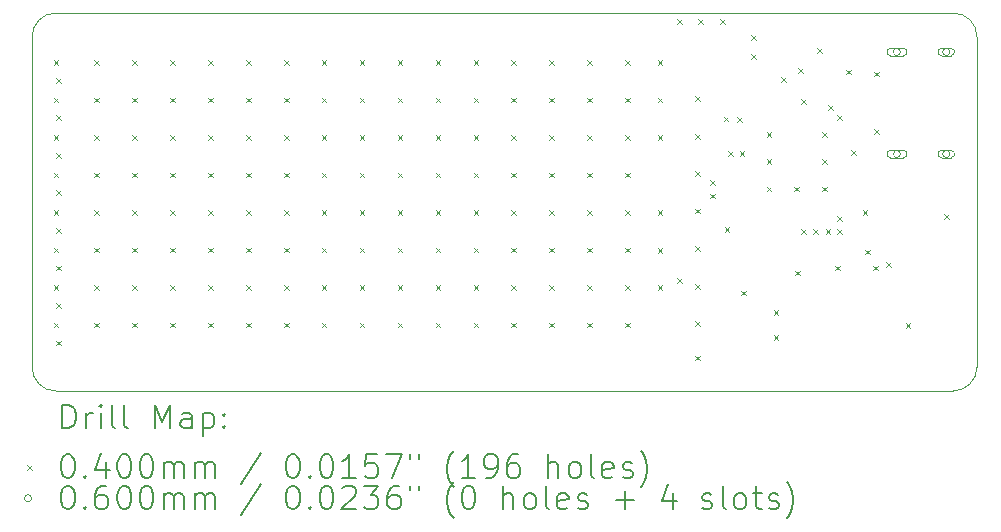
<source format=gbr>
%TF.GenerationSoftware,KiCad,Pcbnew,8.0.1*%
%TF.CreationDate,2024-05-08T20:32:48+02:00*%
%TF.ProjectId,TGL_Board,54474c5f-426f-4617-9264-2e6b69636164,rev?*%
%TF.SameCoordinates,Original*%
%TF.FileFunction,Drillmap*%
%TF.FilePolarity,Positive*%
%FSLAX45Y45*%
G04 Gerber Fmt 4.5, Leading zero omitted, Abs format (unit mm)*
G04 Created by KiCad (PCBNEW 8.0.1) date 2024-05-08 20:32:48*
%MOMM*%
%LPD*%
G01*
G04 APERTURE LIST*
%ADD10C,0.100000*%
%ADD11C,0.200000*%
G04 APERTURE END LIST*
D10*
X10054210Y-5029180D02*
G75*
G02*
X9856200Y-4828559I1310J199320D01*
G01*
X17856200Y-2029460D02*
X17856200Y-4828800D01*
X9856201Y-4828559D02*
X9856201Y-2029457D01*
X9856201Y-2029457D02*
G75*
G02*
X10056200Y-1828801I200329J327D01*
G01*
X17650683Y-5028724D02*
X10054210Y-5029180D01*
X17656200Y-1828799D02*
G75*
G02*
X17856200Y-2029460I0J-200001D01*
G01*
X17856200Y-4828800D02*
G75*
G02*
X17650684Y-5028720I-202720J2800D01*
G01*
X10056200Y-1828800D02*
X17656200Y-1828799D01*
D11*
D10*
X10038400Y-2227900D02*
X10078400Y-2267900D01*
X10078400Y-2227900D02*
X10038400Y-2267900D01*
X10038400Y-2545400D02*
X10078400Y-2585400D01*
X10078400Y-2545400D02*
X10038400Y-2585400D01*
X10038400Y-2862900D02*
X10078400Y-2902900D01*
X10078400Y-2862900D02*
X10038400Y-2902900D01*
X10038400Y-3180400D02*
X10078400Y-3220400D01*
X10078400Y-3180400D02*
X10038400Y-3220400D01*
X10038400Y-3497900D02*
X10078400Y-3537900D01*
X10078400Y-3497900D02*
X10038400Y-3537900D01*
X10038400Y-3815400D02*
X10078400Y-3855400D01*
X10078400Y-3815400D02*
X10038400Y-3855400D01*
X10038400Y-4132900D02*
X10078400Y-4172900D01*
X10078400Y-4132900D02*
X10038400Y-4172900D01*
X10038400Y-4450400D02*
X10078400Y-4490400D01*
X10078400Y-4450400D02*
X10038400Y-4490400D01*
X10057400Y-2378170D02*
X10097400Y-2418170D01*
X10097400Y-2378170D02*
X10057400Y-2418170D01*
X10057400Y-2695670D02*
X10097400Y-2735670D01*
X10097400Y-2695670D02*
X10057400Y-2735670D01*
X10057400Y-3013548D02*
X10097400Y-3053548D01*
X10097400Y-3013548D02*
X10057400Y-3053548D01*
X10057400Y-3331427D02*
X10097400Y-3371427D01*
X10097400Y-3331427D02*
X10057400Y-3371427D01*
X10057400Y-3649305D02*
X10097400Y-3689305D01*
X10097400Y-3649305D02*
X10057400Y-3689305D01*
X10057400Y-3967183D02*
X10097400Y-4007183D01*
X10097400Y-3967183D02*
X10057400Y-4007183D01*
X10057400Y-4285062D02*
X10097400Y-4325062D01*
X10097400Y-4285062D02*
X10057400Y-4325062D01*
X10057400Y-4602940D02*
X10097400Y-4642940D01*
X10097400Y-4602940D02*
X10057400Y-4642940D01*
X10381300Y-2226290D02*
X10421300Y-2266290D01*
X10421300Y-2226290D02*
X10381300Y-2266290D01*
X10381300Y-2545533D02*
X10421300Y-2585533D01*
X10421300Y-2545533D02*
X10381300Y-2585533D01*
X10381300Y-2863166D02*
X10421300Y-2903166D01*
X10421300Y-2863166D02*
X10381300Y-2903166D01*
X10381300Y-3180798D02*
X10421300Y-3220798D01*
X10421300Y-3180798D02*
X10381300Y-3220798D01*
X10381300Y-3498431D02*
X10421300Y-3538431D01*
X10421300Y-3498431D02*
X10381300Y-3538431D01*
X10381300Y-3816064D02*
X10421300Y-3856064D01*
X10421300Y-3816064D02*
X10381300Y-3856064D01*
X10381300Y-4133697D02*
X10421300Y-4173697D01*
X10421300Y-4133697D02*
X10381300Y-4173697D01*
X10381300Y-4451330D02*
X10421300Y-4491330D01*
X10421300Y-4451330D02*
X10381300Y-4491330D01*
X10702495Y-2226290D02*
X10742495Y-2266290D01*
X10742495Y-2226290D02*
X10702495Y-2266290D01*
X10702495Y-2545533D02*
X10742495Y-2585533D01*
X10742495Y-2545533D02*
X10702495Y-2585533D01*
X10702495Y-2863166D02*
X10742495Y-2903166D01*
X10742495Y-2863166D02*
X10702495Y-2903166D01*
X10702495Y-3180798D02*
X10742495Y-3220798D01*
X10742495Y-3180798D02*
X10702495Y-3220798D01*
X10702495Y-3498431D02*
X10742495Y-3538431D01*
X10742495Y-3498431D02*
X10702495Y-3538431D01*
X10702495Y-3816064D02*
X10742495Y-3856064D01*
X10742495Y-3816064D02*
X10702495Y-3856064D01*
X10702495Y-4133697D02*
X10742495Y-4173697D01*
X10742495Y-4133697D02*
X10702495Y-4173697D01*
X10702495Y-4451330D02*
X10742495Y-4491330D01*
X10742495Y-4451330D02*
X10702495Y-4491330D01*
X11023690Y-2226290D02*
X11063690Y-2266290D01*
X11063690Y-2226290D02*
X11023690Y-2266290D01*
X11023690Y-2545533D02*
X11063690Y-2585533D01*
X11063690Y-2545533D02*
X11023690Y-2585533D01*
X11023690Y-2863166D02*
X11063690Y-2903166D01*
X11063690Y-2863166D02*
X11023690Y-2903166D01*
X11023690Y-3180798D02*
X11063690Y-3220798D01*
X11063690Y-3180798D02*
X11023690Y-3220798D01*
X11023690Y-3498431D02*
X11063690Y-3538431D01*
X11063690Y-3498431D02*
X11023690Y-3538431D01*
X11023690Y-3816064D02*
X11063690Y-3856064D01*
X11063690Y-3816064D02*
X11023690Y-3856064D01*
X11023690Y-4133697D02*
X11063690Y-4173697D01*
X11063690Y-4133697D02*
X11023690Y-4173697D01*
X11023690Y-4451330D02*
X11063690Y-4491330D01*
X11063690Y-4451330D02*
X11023690Y-4491330D01*
X11344885Y-2226290D02*
X11384885Y-2266290D01*
X11384885Y-2226290D02*
X11344885Y-2266290D01*
X11344885Y-2545533D02*
X11384885Y-2585533D01*
X11384885Y-2545533D02*
X11344885Y-2585533D01*
X11344885Y-2863166D02*
X11384885Y-2903166D01*
X11384885Y-2863166D02*
X11344885Y-2903166D01*
X11344885Y-3180798D02*
X11384885Y-3220798D01*
X11384885Y-3180798D02*
X11344885Y-3220798D01*
X11344885Y-3498431D02*
X11384885Y-3538431D01*
X11384885Y-3498431D02*
X11344885Y-3538431D01*
X11344885Y-3816064D02*
X11384885Y-3856064D01*
X11384885Y-3816064D02*
X11344885Y-3856064D01*
X11344885Y-4133697D02*
X11384885Y-4173697D01*
X11384885Y-4133697D02*
X11344885Y-4173697D01*
X11344885Y-4451330D02*
X11384885Y-4491330D01*
X11384885Y-4451330D02*
X11344885Y-4491330D01*
X11666080Y-2226290D02*
X11706080Y-2266290D01*
X11706080Y-2226290D02*
X11666080Y-2266290D01*
X11666080Y-2545533D02*
X11706080Y-2585533D01*
X11706080Y-2545533D02*
X11666080Y-2585533D01*
X11666080Y-2863166D02*
X11706080Y-2903166D01*
X11706080Y-2863166D02*
X11666080Y-2903166D01*
X11666080Y-3180798D02*
X11706080Y-3220798D01*
X11706080Y-3180798D02*
X11666080Y-3220798D01*
X11666080Y-3498431D02*
X11706080Y-3538431D01*
X11706080Y-3498431D02*
X11666080Y-3538431D01*
X11666080Y-3816064D02*
X11706080Y-3856064D01*
X11706080Y-3816064D02*
X11666080Y-3856064D01*
X11666080Y-4133697D02*
X11706080Y-4173697D01*
X11706080Y-4133697D02*
X11666080Y-4173697D01*
X11666080Y-4451330D02*
X11706080Y-4491330D01*
X11706080Y-4451330D02*
X11666080Y-4491330D01*
X11987275Y-2226290D02*
X12027275Y-2266290D01*
X12027275Y-2226290D02*
X11987275Y-2266290D01*
X11987275Y-2545533D02*
X12027275Y-2585533D01*
X12027275Y-2545533D02*
X11987275Y-2585533D01*
X11987275Y-2863166D02*
X12027275Y-2903166D01*
X12027275Y-2863166D02*
X11987275Y-2903166D01*
X11987275Y-3180798D02*
X12027275Y-3220798D01*
X12027275Y-3180798D02*
X11987275Y-3220798D01*
X11987275Y-3498431D02*
X12027275Y-3538431D01*
X12027275Y-3498431D02*
X11987275Y-3538431D01*
X11987275Y-3816064D02*
X12027275Y-3856064D01*
X12027275Y-3816064D02*
X11987275Y-3856064D01*
X11987275Y-4133697D02*
X12027275Y-4173697D01*
X12027275Y-4133697D02*
X11987275Y-4173697D01*
X11987275Y-4451330D02*
X12027275Y-4491330D01*
X12027275Y-4451330D02*
X11987275Y-4491330D01*
X12308470Y-2226290D02*
X12348470Y-2266290D01*
X12348470Y-2226290D02*
X12308470Y-2266290D01*
X12308470Y-2545533D02*
X12348470Y-2585533D01*
X12348470Y-2545533D02*
X12308470Y-2585533D01*
X12308470Y-2863166D02*
X12348470Y-2903166D01*
X12348470Y-2863166D02*
X12308470Y-2903166D01*
X12308470Y-3180798D02*
X12348470Y-3220798D01*
X12348470Y-3180798D02*
X12308470Y-3220798D01*
X12308470Y-3498431D02*
X12348470Y-3538431D01*
X12348470Y-3498431D02*
X12308470Y-3538431D01*
X12308470Y-3816064D02*
X12348470Y-3856064D01*
X12348470Y-3816064D02*
X12308470Y-3856064D01*
X12308470Y-4133697D02*
X12348470Y-4173697D01*
X12348470Y-4133697D02*
X12308470Y-4173697D01*
X12308470Y-4451330D02*
X12348470Y-4491330D01*
X12348470Y-4451330D02*
X12308470Y-4491330D01*
X12629665Y-2226290D02*
X12669665Y-2266290D01*
X12669665Y-2226290D02*
X12629665Y-2266290D01*
X12629665Y-2545533D02*
X12669665Y-2585533D01*
X12669665Y-2545533D02*
X12629665Y-2585533D01*
X12629665Y-2863166D02*
X12669665Y-2903166D01*
X12669665Y-2863166D02*
X12629665Y-2903166D01*
X12629665Y-3180798D02*
X12669665Y-3220798D01*
X12669665Y-3180798D02*
X12629665Y-3220798D01*
X12629665Y-3498431D02*
X12669665Y-3538431D01*
X12669665Y-3498431D02*
X12629665Y-3538431D01*
X12629665Y-3816064D02*
X12669665Y-3856064D01*
X12669665Y-3816064D02*
X12629665Y-3856064D01*
X12629665Y-4133697D02*
X12669665Y-4173697D01*
X12669665Y-4133697D02*
X12629665Y-4173697D01*
X12629665Y-4451330D02*
X12669665Y-4491330D01*
X12669665Y-4451330D02*
X12629665Y-4491330D01*
X12950860Y-2226290D02*
X12990860Y-2266290D01*
X12990860Y-2226290D02*
X12950860Y-2266290D01*
X12950860Y-2545533D02*
X12990860Y-2585533D01*
X12990860Y-2545533D02*
X12950860Y-2585533D01*
X12950860Y-2863166D02*
X12990860Y-2903166D01*
X12990860Y-2863166D02*
X12950860Y-2903166D01*
X12950860Y-3180798D02*
X12990860Y-3220798D01*
X12990860Y-3180798D02*
X12950860Y-3220798D01*
X12950860Y-3498431D02*
X12990860Y-3538431D01*
X12990860Y-3498431D02*
X12950860Y-3538431D01*
X12950860Y-3816064D02*
X12990860Y-3856064D01*
X12990860Y-3816064D02*
X12950860Y-3856064D01*
X12950860Y-4133697D02*
X12990860Y-4173697D01*
X12990860Y-4133697D02*
X12950860Y-4173697D01*
X12950860Y-4451330D02*
X12990860Y-4491330D01*
X12990860Y-4451330D02*
X12950860Y-4491330D01*
X13272055Y-2226290D02*
X13312055Y-2266290D01*
X13312055Y-2226290D02*
X13272055Y-2266290D01*
X13272055Y-2545533D02*
X13312055Y-2585533D01*
X13312055Y-2545533D02*
X13272055Y-2585533D01*
X13272055Y-2863166D02*
X13312055Y-2903166D01*
X13312055Y-2863166D02*
X13272055Y-2903166D01*
X13272055Y-3180798D02*
X13312055Y-3220798D01*
X13312055Y-3180798D02*
X13272055Y-3220798D01*
X13272055Y-3498431D02*
X13312055Y-3538431D01*
X13312055Y-3498431D02*
X13272055Y-3538431D01*
X13272055Y-3816064D02*
X13312055Y-3856064D01*
X13312055Y-3816064D02*
X13272055Y-3856064D01*
X13272055Y-4133697D02*
X13312055Y-4173697D01*
X13312055Y-4133697D02*
X13272055Y-4173697D01*
X13272055Y-4451330D02*
X13312055Y-4491330D01*
X13312055Y-4451330D02*
X13272055Y-4491330D01*
X13593250Y-2226290D02*
X13633250Y-2266290D01*
X13633250Y-2226290D02*
X13593250Y-2266290D01*
X13593250Y-2545533D02*
X13633250Y-2585533D01*
X13633250Y-2545533D02*
X13593250Y-2585533D01*
X13593250Y-2863166D02*
X13633250Y-2903166D01*
X13633250Y-2863166D02*
X13593250Y-2903166D01*
X13593250Y-3180798D02*
X13633250Y-3220798D01*
X13633250Y-3180798D02*
X13593250Y-3220798D01*
X13593250Y-3498431D02*
X13633250Y-3538431D01*
X13633250Y-3498431D02*
X13593250Y-3538431D01*
X13593250Y-3816064D02*
X13633250Y-3856064D01*
X13633250Y-3816064D02*
X13593250Y-3856064D01*
X13593250Y-4133697D02*
X13633250Y-4173697D01*
X13633250Y-4133697D02*
X13593250Y-4173697D01*
X13593250Y-4451330D02*
X13633250Y-4491330D01*
X13633250Y-4451330D02*
X13593250Y-4491330D01*
X13914445Y-2226290D02*
X13954445Y-2266290D01*
X13954445Y-2226290D02*
X13914445Y-2266290D01*
X13914445Y-2545533D02*
X13954445Y-2585533D01*
X13954445Y-2545533D02*
X13914445Y-2585533D01*
X13914445Y-2863166D02*
X13954445Y-2903166D01*
X13954445Y-2863166D02*
X13914445Y-2903166D01*
X13914445Y-3180798D02*
X13954445Y-3220798D01*
X13954445Y-3180798D02*
X13914445Y-3220798D01*
X13914445Y-3498431D02*
X13954445Y-3538431D01*
X13954445Y-3498431D02*
X13914445Y-3538431D01*
X13914445Y-3816064D02*
X13954445Y-3856064D01*
X13954445Y-3816064D02*
X13914445Y-3856064D01*
X13914445Y-4133697D02*
X13954445Y-4173697D01*
X13954445Y-4133697D02*
X13914445Y-4173697D01*
X13914445Y-4451330D02*
X13954445Y-4491330D01*
X13954445Y-4451330D02*
X13914445Y-4491330D01*
X14235640Y-2226290D02*
X14275640Y-2266290D01*
X14275640Y-2226290D02*
X14235640Y-2266290D01*
X14235640Y-2545533D02*
X14275640Y-2585533D01*
X14275640Y-2545533D02*
X14235640Y-2585533D01*
X14235640Y-2863166D02*
X14275640Y-2903166D01*
X14275640Y-2863166D02*
X14235640Y-2903166D01*
X14235640Y-3180798D02*
X14275640Y-3220798D01*
X14275640Y-3180798D02*
X14235640Y-3220798D01*
X14235640Y-3498431D02*
X14275640Y-3538431D01*
X14275640Y-3498431D02*
X14235640Y-3538431D01*
X14235640Y-3816064D02*
X14275640Y-3856064D01*
X14275640Y-3816064D02*
X14235640Y-3856064D01*
X14235640Y-4133697D02*
X14275640Y-4173697D01*
X14275640Y-4133697D02*
X14235640Y-4173697D01*
X14235640Y-4451330D02*
X14275640Y-4491330D01*
X14275640Y-4451330D02*
X14235640Y-4491330D01*
X14556835Y-2226290D02*
X14596835Y-2266290D01*
X14596835Y-2226290D02*
X14556835Y-2266290D01*
X14556835Y-2545533D02*
X14596835Y-2585533D01*
X14596835Y-2545533D02*
X14556835Y-2585533D01*
X14556835Y-2863166D02*
X14596835Y-2903166D01*
X14596835Y-2863166D02*
X14556835Y-2903166D01*
X14556835Y-3180798D02*
X14596835Y-3220798D01*
X14596835Y-3180798D02*
X14556835Y-3220798D01*
X14556835Y-3498431D02*
X14596835Y-3538431D01*
X14596835Y-3498431D02*
X14556835Y-3538431D01*
X14556835Y-3816064D02*
X14596835Y-3856064D01*
X14596835Y-3816064D02*
X14556835Y-3856064D01*
X14556835Y-4133697D02*
X14596835Y-4173697D01*
X14596835Y-4133697D02*
X14556835Y-4173697D01*
X14556835Y-4451330D02*
X14596835Y-4491330D01*
X14596835Y-4451330D02*
X14556835Y-4491330D01*
X14878030Y-2226290D02*
X14918030Y-2266290D01*
X14918030Y-2226290D02*
X14878030Y-2266290D01*
X14878030Y-2545533D02*
X14918030Y-2585533D01*
X14918030Y-2545533D02*
X14878030Y-2585533D01*
X14878030Y-2863166D02*
X14918030Y-2903166D01*
X14918030Y-2863166D02*
X14878030Y-2903166D01*
X14878030Y-3180798D02*
X14918030Y-3220798D01*
X14918030Y-3180798D02*
X14878030Y-3220798D01*
X14878030Y-3498431D02*
X14918030Y-3538431D01*
X14918030Y-3498431D02*
X14878030Y-3538431D01*
X14878030Y-3816064D02*
X14918030Y-3856064D01*
X14918030Y-3816064D02*
X14878030Y-3856064D01*
X14878030Y-4133697D02*
X14918030Y-4173697D01*
X14918030Y-4133697D02*
X14878030Y-4173697D01*
X14878030Y-4451330D02*
X14918030Y-4491330D01*
X14918030Y-4451330D02*
X14878030Y-4491330D01*
X15152724Y-2228170D02*
X15192724Y-2268170D01*
X15192724Y-2228170D02*
X15152724Y-2268170D01*
X15152724Y-2546048D02*
X15192724Y-2586048D01*
X15192724Y-2546048D02*
X15152724Y-2586048D01*
X15152724Y-2863927D02*
X15192724Y-2903927D01*
X15192724Y-2863927D02*
X15152724Y-2903927D01*
X15152724Y-3499683D02*
X15192724Y-3539683D01*
X15192724Y-3499683D02*
X15152724Y-3539683D01*
X15152724Y-3817561D02*
X15192724Y-3857561D01*
X15192724Y-3817561D02*
X15152724Y-3857561D01*
X15152724Y-4135440D02*
X15192724Y-4175440D01*
X15192724Y-4135440D02*
X15152724Y-4175440D01*
X15314620Y-4075120D02*
X15354620Y-4115120D01*
X15354620Y-4075120D02*
X15314620Y-4115120D01*
X15316520Y-1882460D02*
X15356520Y-1922460D01*
X15356520Y-1882460D02*
X15316520Y-1922460D01*
X15471460Y-2532700D02*
X15511460Y-2572700D01*
X15511460Y-2532700D02*
X15471460Y-2572700D01*
X15471460Y-2852740D02*
X15511460Y-2892740D01*
X15511460Y-2852740D02*
X15471460Y-2892740D01*
X15471460Y-3170240D02*
X15511460Y-3210240D01*
X15511460Y-3170240D02*
X15471460Y-3210240D01*
X15471460Y-3485200D02*
X15511460Y-3525200D01*
X15511460Y-3485200D02*
X15471460Y-3525200D01*
X15471460Y-3805240D02*
X15511460Y-3845240D01*
X15511460Y-3805240D02*
X15471460Y-3845240D01*
X15471460Y-4122740D02*
X15511460Y-4162740D01*
X15511460Y-4122740D02*
X15471460Y-4162740D01*
X15471460Y-4437700D02*
X15511460Y-4477700D01*
X15511460Y-4437700D02*
X15471460Y-4477700D01*
X15471460Y-4729800D02*
X15511460Y-4769800D01*
X15511460Y-4729800D02*
X15471460Y-4769800D01*
X15496860Y-1882460D02*
X15536860Y-1922460D01*
X15536860Y-1882460D02*
X15496860Y-1922460D01*
X15594768Y-3246440D02*
X15634768Y-3286440D01*
X15634768Y-3246440D02*
X15594768Y-3286440D01*
X15594768Y-3358200D02*
X15634768Y-3398200D01*
X15634768Y-3358200D02*
X15594768Y-3398200D01*
X15682280Y-1882460D02*
X15722280Y-1922460D01*
X15722280Y-1882460D02*
X15682280Y-1922460D01*
X15710320Y-2706700D02*
X15750320Y-2746700D01*
X15750320Y-2706700D02*
X15710320Y-2746700D01*
X15720380Y-3642680D02*
X15760380Y-3682680D01*
X15760380Y-3642680D02*
X15720380Y-3682680D01*
X15747380Y-3000060D02*
X15787380Y-3040060D01*
X15787380Y-3000060D02*
X15747380Y-3040060D01*
X15824520Y-2711780D02*
X15864520Y-2751780D01*
X15864520Y-2711780D02*
X15824520Y-2751780D01*
X15847380Y-3000060D02*
X15887380Y-3040060D01*
X15887380Y-3000060D02*
X15847380Y-3040060D01*
X15860080Y-4178620D02*
X15900080Y-4218620D01*
X15900080Y-4178620D02*
X15860080Y-4218620D01*
X15945430Y-2014540D02*
X15985430Y-2054540D01*
X15985430Y-2014540D02*
X15945430Y-2054540D01*
X15945430Y-2179640D02*
X15985430Y-2219640D01*
X15985430Y-2179640D02*
X15945430Y-2219640D01*
X16075980Y-2834960D02*
X16115980Y-2874960D01*
X16115980Y-2834960D02*
X16075980Y-2874960D01*
X16075980Y-3068640D02*
X16115980Y-3108640D01*
X16115980Y-3068640D02*
X16075980Y-3108640D01*
X16075980Y-3299780D02*
X16115980Y-3339780D01*
X16115980Y-3299780D02*
X16075980Y-3339780D01*
X16134240Y-4557080D02*
X16174240Y-4597080D01*
X16174240Y-4557080D02*
X16134240Y-4597080D01*
X16134400Y-4346260D02*
X16174400Y-4386260D01*
X16174400Y-4346260D02*
X16134400Y-4386260D01*
X16197900Y-2371400D02*
X16237900Y-2411400D01*
X16237900Y-2371400D02*
X16197900Y-2411400D01*
X16309660Y-3299780D02*
X16349660Y-3339780D01*
X16349660Y-3299780D02*
X16309660Y-3339780D01*
X16314870Y-4010980D02*
X16354870Y-4050980D01*
X16354870Y-4010980D02*
X16314870Y-4050980D01*
X16341752Y-2294304D02*
X16381752Y-2334304D01*
X16381752Y-2294304D02*
X16341752Y-2334304D01*
X16366060Y-3660460D02*
X16406060Y-3700460D01*
X16406060Y-3660460D02*
X16366060Y-3700460D01*
X16366550Y-2558992D02*
X16406550Y-2598992D01*
X16406550Y-2558992D02*
X16366550Y-2598992D01*
X16469712Y-3660460D02*
X16509712Y-3700460D01*
X16509712Y-3660460D02*
X16469712Y-3700460D01*
X16505240Y-2126300D02*
X16545240Y-2166300D01*
X16545240Y-2126300D02*
X16505240Y-2166300D01*
X16543340Y-2834960D02*
X16583340Y-2874960D01*
X16583340Y-2834960D02*
X16543340Y-2874960D01*
X16543340Y-3068640D02*
X16583340Y-3108640D01*
X16583340Y-3068640D02*
X16543340Y-3108640D01*
X16543340Y-3299780D02*
X16583340Y-3339780D01*
X16583340Y-3299780D02*
X16543340Y-3339780D01*
X16573820Y-3660460D02*
X16613820Y-3700460D01*
X16613820Y-3660460D02*
X16573820Y-3700460D01*
X16594140Y-2611440D02*
X16634140Y-2651440D01*
X16634140Y-2611440D02*
X16594140Y-2651440D01*
X16656835Y-3968605D02*
X16696835Y-4008605D01*
X16696835Y-3968605D02*
X16656835Y-4008605D01*
X16670340Y-2695260D02*
X16710340Y-2735260D01*
X16710340Y-2695260D02*
X16670340Y-2735260D01*
X16674615Y-3547325D02*
X16714615Y-3587325D01*
X16714615Y-3547325D02*
X16674615Y-3587325D01*
X16674615Y-3660460D02*
X16714615Y-3700460D01*
X16714615Y-3660460D02*
X16674615Y-3700460D01*
X16749080Y-2309180D02*
X16789080Y-2349180D01*
X16789080Y-2309180D02*
X16749080Y-2349180D01*
X16792260Y-2987360D02*
X16832260Y-3027360D01*
X16832260Y-2987360D02*
X16792260Y-3027360D01*
X16888260Y-3500440D02*
X16928260Y-3540440D01*
X16928260Y-3500440D02*
X16888260Y-3540440D01*
X16906560Y-3833180D02*
X16946560Y-3873180D01*
X16946560Y-3833180D02*
X16906560Y-3873180D01*
X16976840Y-3968640D02*
X17016840Y-4008640D01*
X17016840Y-3968640D02*
X16976840Y-4008640D01*
X16982760Y-2326000D02*
X17022760Y-2366000D01*
X17022760Y-2326000D02*
X16982760Y-2366000D01*
X16984200Y-2811000D02*
X17024200Y-2851000D01*
X17024200Y-2811000D02*
X16984200Y-2851000D01*
X17086900Y-3939860D02*
X17126900Y-3979860D01*
X17126900Y-3939860D02*
X17086900Y-3979860D01*
X17251840Y-4452940D02*
X17291840Y-4492940D01*
X17291840Y-4452940D02*
X17251840Y-4492940D01*
X17577120Y-3530920D02*
X17617120Y-3570920D01*
X17617120Y-3530920D02*
X17577120Y-3570920D01*
X17208200Y-2159000D02*
G75*
G02*
X17148200Y-2159000I-30000J0D01*
G01*
X17148200Y-2159000D02*
G75*
G02*
X17208200Y-2159000I30000J0D01*
G01*
X17123200Y-2189000D02*
X17233200Y-2189000D01*
X17233200Y-2129000D02*
G75*
G02*
X17233200Y-2189000I0J-30000D01*
G01*
X17233200Y-2129000D02*
X17123200Y-2129000D01*
X17123200Y-2129000D02*
G75*
G03*
X17123200Y-2189000I0J-30000D01*
G01*
X17208200Y-3023000D02*
G75*
G02*
X17148200Y-3023000I-30000J0D01*
G01*
X17148200Y-3023000D02*
G75*
G02*
X17208200Y-3023000I30000J0D01*
G01*
X17123200Y-3053000D02*
X17233200Y-3053000D01*
X17233200Y-2993000D02*
G75*
G02*
X17233200Y-3053000I0J-30000D01*
G01*
X17233200Y-2993000D02*
X17123200Y-2993000D01*
X17123200Y-2993000D02*
G75*
G03*
X17123200Y-3053000I0J-30000D01*
G01*
X17626200Y-2159000D02*
G75*
G02*
X17566200Y-2159000I-30000J0D01*
G01*
X17566200Y-2159000D02*
G75*
G02*
X17626200Y-2159000I30000J0D01*
G01*
X17556200Y-2189000D02*
X17636200Y-2189000D01*
X17636200Y-2129000D02*
G75*
G02*
X17636200Y-2189000I0J-30000D01*
G01*
X17636200Y-2129000D02*
X17556200Y-2129000D01*
X17556200Y-2129000D02*
G75*
G03*
X17556200Y-2189000I0J-30000D01*
G01*
X17626200Y-3023000D02*
G75*
G02*
X17566200Y-3023000I-30000J0D01*
G01*
X17566200Y-3023000D02*
G75*
G02*
X17626200Y-3023000I30000J0D01*
G01*
X17556200Y-3053000D02*
X17636200Y-3053000D01*
X17636200Y-2993000D02*
G75*
G02*
X17636200Y-3053000I0J-30000D01*
G01*
X17636200Y-2993000D02*
X17556200Y-2993000D01*
X17556200Y-2993000D02*
G75*
G03*
X17556200Y-3053000I0J-30000D01*
G01*
D11*
X10111972Y-5345664D02*
X10111972Y-5145664D01*
X10111972Y-5145664D02*
X10159591Y-5145664D01*
X10159591Y-5145664D02*
X10188163Y-5155188D01*
X10188163Y-5155188D02*
X10207211Y-5174235D01*
X10207211Y-5174235D02*
X10216734Y-5193283D01*
X10216734Y-5193283D02*
X10226258Y-5231378D01*
X10226258Y-5231378D02*
X10226258Y-5259950D01*
X10226258Y-5259950D02*
X10216734Y-5298045D01*
X10216734Y-5298045D02*
X10207211Y-5317092D01*
X10207211Y-5317092D02*
X10188163Y-5336140D01*
X10188163Y-5336140D02*
X10159591Y-5345664D01*
X10159591Y-5345664D02*
X10111972Y-5345664D01*
X10311972Y-5345664D02*
X10311972Y-5212331D01*
X10311972Y-5250426D02*
X10321496Y-5231378D01*
X10321496Y-5231378D02*
X10331020Y-5221854D01*
X10331020Y-5221854D02*
X10350068Y-5212331D01*
X10350068Y-5212331D02*
X10369115Y-5212331D01*
X10435782Y-5345664D02*
X10435782Y-5212331D01*
X10435782Y-5145664D02*
X10426258Y-5155188D01*
X10426258Y-5155188D02*
X10435782Y-5164712D01*
X10435782Y-5164712D02*
X10445306Y-5155188D01*
X10445306Y-5155188D02*
X10435782Y-5145664D01*
X10435782Y-5145664D02*
X10435782Y-5164712D01*
X10559591Y-5345664D02*
X10540544Y-5336140D01*
X10540544Y-5336140D02*
X10531020Y-5317092D01*
X10531020Y-5317092D02*
X10531020Y-5145664D01*
X10664353Y-5345664D02*
X10645306Y-5336140D01*
X10645306Y-5336140D02*
X10635782Y-5317092D01*
X10635782Y-5317092D02*
X10635782Y-5145664D01*
X10892925Y-5345664D02*
X10892925Y-5145664D01*
X10892925Y-5145664D02*
X10959592Y-5288521D01*
X10959592Y-5288521D02*
X11026258Y-5145664D01*
X11026258Y-5145664D02*
X11026258Y-5345664D01*
X11207210Y-5345664D02*
X11207210Y-5240902D01*
X11207210Y-5240902D02*
X11197687Y-5221854D01*
X11197687Y-5221854D02*
X11178639Y-5212331D01*
X11178639Y-5212331D02*
X11140544Y-5212331D01*
X11140544Y-5212331D02*
X11121496Y-5221854D01*
X11207210Y-5336140D02*
X11188163Y-5345664D01*
X11188163Y-5345664D02*
X11140544Y-5345664D01*
X11140544Y-5345664D02*
X11121496Y-5336140D01*
X11121496Y-5336140D02*
X11111972Y-5317092D01*
X11111972Y-5317092D02*
X11111972Y-5298045D01*
X11111972Y-5298045D02*
X11121496Y-5278997D01*
X11121496Y-5278997D02*
X11140544Y-5269473D01*
X11140544Y-5269473D02*
X11188163Y-5269473D01*
X11188163Y-5269473D02*
X11207210Y-5259950D01*
X11302449Y-5212331D02*
X11302449Y-5412331D01*
X11302449Y-5221854D02*
X11321496Y-5212331D01*
X11321496Y-5212331D02*
X11359591Y-5212331D01*
X11359591Y-5212331D02*
X11378639Y-5221854D01*
X11378639Y-5221854D02*
X11388163Y-5231378D01*
X11388163Y-5231378D02*
X11397687Y-5250426D01*
X11397687Y-5250426D02*
X11397687Y-5307569D01*
X11397687Y-5307569D02*
X11388163Y-5326616D01*
X11388163Y-5326616D02*
X11378639Y-5336140D01*
X11378639Y-5336140D02*
X11359591Y-5345664D01*
X11359591Y-5345664D02*
X11321496Y-5345664D01*
X11321496Y-5345664D02*
X11302449Y-5336140D01*
X11483401Y-5326616D02*
X11492925Y-5336140D01*
X11492925Y-5336140D02*
X11483401Y-5345664D01*
X11483401Y-5345664D02*
X11473877Y-5336140D01*
X11473877Y-5336140D02*
X11483401Y-5326616D01*
X11483401Y-5326616D02*
X11483401Y-5345664D01*
X11483401Y-5221854D02*
X11492925Y-5231378D01*
X11492925Y-5231378D02*
X11483401Y-5240902D01*
X11483401Y-5240902D02*
X11473877Y-5231378D01*
X11473877Y-5231378D02*
X11483401Y-5221854D01*
X11483401Y-5221854D02*
X11483401Y-5240902D01*
D10*
X9811196Y-5654180D02*
X9851196Y-5694180D01*
X9851196Y-5654180D02*
X9811196Y-5694180D01*
D11*
X10150068Y-5565664D02*
X10169115Y-5565664D01*
X10169115Y-5565664D02*
X10188163Y-5575188D01*
X10188163Y-5575188D02*
X10197687Y-5584712D01*
X10197687Y-5584712D02*
X10207211Y-5603759D01*
X10207211Y-5603759D02*
X10216734Y-5641854D01*
X10216734Y-5641854D02*
X10216734Y-5689473D01*
X10216734Y-5689473D02*
X10207211Y-5727569D01*
X10207211Y-5727569D02*
X10197687Y-5746616D01*
X10197687Y-5746616D02*
X10188163Y-5756140D01*
X10188163Y-5756140D02*
X10169115Y-5765664D01*
X10169115Y-5765664D02*
X10150068Y-5765664D01*
X10150068Y-5765664D02*
X10131020Y-5756140D01*
X10131020Y-5756140D02*
X10121496Y-5746616D01*
X10121496Y-5746616D02*
X10111972Y-5727569D01*
X10111972Y-5727569D02*
X10102449Y-5689473D01*
X10102449Y-5689473D02*
X10102449Y-5641854D01*
X10102449Y-5641854D02*
X10111972Y-5603759D01*
X10111972Y-5603759D02*
X10121496Y-5584712D01*
X10121496Y-5584712D02*
X10131020Y-5575188D01*
X10131020Y-5575188D02*
X10150068Y-5565664D01*
X10302449Y-5746616D02*
X10311972Y-5756140D01*
X10311972Y-5756140D02*
X10302449Y-5765664D01*
X10302449Y-5765664D02*
X10292925Y-5756140D01*
X10292925Y-5756140D02*
X10302449Y-5746616D01*
X10302449Y-5746616D02*
X10302449Y-5765664D01*
X10483401Y-5632330D02*
X10483401Y-5765664D01*
X10435782Y-5556140D02*
X10388163Y-5698997D01*
X10388163Y-5698997D02*
X10511972Y-5698997D01*
X10626258Y-5565664D02*
X10645306Y-5565664D01*
X10645306Y-5565664D02*
X10664353Y-5575188D01*
X10664353Y-5575188D02*
X10673877Y-5584712D01*
X10673877Y-5584712D02*
X10683401Y-5603759D01*
X10683401Y-5603759D02*
X10692925Y-5641854D01*
X10692925Y-5641854D02*
X10692925Y-5689473D01*
X10692925Y-5689473D02*
X10683401Y-5727569D01*
X10683401Y-5727569D02*
X10673877Y-5746616D01*
X10673877Y-5746616D02*
X10664353Y-5756140D01*
X10664353Y-5756140D02*
X10645306Y-5765664D01*
X10645306Y-5765664D02*
X10626258Y-5765664D01*
X10626258Y-5765664D02*
X10607211Y-5756140D01*
X10607211Y-5756140D02*
X10597687Y-5746616D01*
X10597687Y-5746616D02*
X10588163Y-5727569D01*
X10588163Y-5727569D02*
X10578639Y-5689473D01*
X10578639Y-5689473D02*
X10578639Y-5641854D01*
X10578639Y-5641854D02*
X10588163Y-5603759D01*
X10588163Y-5603759D02*
X10597687Y-5584712D01*
X10597687Y-5584712D02*
X10607211Y-5575188D01*
X10607211Y-5575188D02*
X10626258Y-5565664D01*
X10816734Y-5565664D02*
X10835782Y-5565664D01*
X10835782Y-5565664D02*
X10854830Y-5575188D01*
X10854830Y-5575188D02*
X10864353Y-5584712D01*
X10864353Y-5584712D02*
X10873877Y-5603759D01*
X10873877Y-5603759D02*
X10883401Y-5641854D01*
X10883401Y-5641854D02*
X10883401Y-5689473D01*
X10883401Y-5689473D02*
X10873877Y-5727569D01*
X10873877Y-5727569D02*
X10864353Y-5746616D01*
X10864353Y-5746616D02*
X10854830Y-5756140D01*
X10854830Y-5756140D02*
X10835782Y-5765664D01*
X10835782Y-5765664D02*
X10816734Y-5765664D01*
X10816734Y-5765664D02*
X10797687Y-5756140D01*
X10797687Y-5756140D02*
X10788163Y-5746616D01*
X10788163Y-5746616D02*
X10778639Y-5727569D01*
X10778639Y-5727569D02*
X10769115Y-5689473D01*
X10769115Y-5689473D02*
X10769115Y-5641854D01*
X10769115Y-5641854D02*
X10778639Y-5603759D01*
X10778639Y-5603759D02*
X10788163Y-5584712D01*
X10788163Y-5584712D02*
X10797687Y-5575188D01*
X10797687Y-5575188D02*
X10816734Y-5565664D01*
X10969115Y-5765664D02*
X10969115Y-5632330D01*
X10969115Y-5651378D02*
X10978639Y-5641854D01*
X10978639Y-5641854D02*
X10997687Y-5632330D01*
X10997687Y-5632330D02*
X11026258Y-5632330D01*
X11026258Y-5632330D02*
X11045306Y-5641854D01*
X11045306Y-5641854D02*
X11054830Y-5660902D01*
X11054830Y-5660902D02*
X11054830Y-5765664D01*
X11054830Y-5660902D02*
X11064353Y-5641854D01*
X11064353Y-5641854D02*
X11083401Y-5632330D01*
X11083401Y-5632330D02*
X11111972Y-5632330D01*
X11111972Y-5632330D02*
X11131020Y-5641854D01*
X11131020Y-5641854D02*
X11140544Y-5660902D01*
X11140544Y-5660902D02*
X11140544Y-5765664D01*
X11235782Y-5765664D02*
X11235782Y-5632330D01*
X11235782Y-5651378D02*
X11245306Y-5641854D01*
X11245306Y-5641854D02*
X11264353Y-5632330D01*
X11264353Y-5632330D02*
X11292925Y-5632330D01*
X11292925Y-5632330D02*
X11311972Y-5641854D01*
X11311972Y-5641854D02*
X11321496Y-5660902D01*
X11321496Y-5660902D02*
X11321496Y-5765664D01*
X11321496Y-5660902D02*
X11331020Y-5641854D01*
X11331020Y-5641854D02*
X11350068Y-5632330D01*
X11350068Y-5632330D02*
X11378639Y-5632330D01*
X11378639Y-5632330D02*
X11397687Y-5641854D01*
X11397687Y-5641854D02*
X11407211Y-5660902D01*
X11407211Y-5660902D02*
X11407211Y-5765664D01*
X11797687Y-5556140D02*
X11626258Y-5813283D01*
X12054830Y-5565664D02*
X12073877Y-5565664D01*
X12073877Y-5565664D02*
X12092925Y-5575188D01*
X12092925Y-5575188D02*
X12102449Y-5584712D01*
X12102449Y-5584712D02*
X12111973Y-5603759D01*
X12111973Y-5603759D02*
X12121496Y-5641854D01*
X12121496Y-5641854D02*
X12121496Y-5689473D01*
X12121496Y-5689473D02*
X12111973Y-5727569D01*
X12111973Y-5727569D02*
X12102449Y-5746616D01*
X12102449Y-5746616D02*
X12092925Y-5756140D01*
X12092925Y-5756140D02*
X12073877Y-5765664D01*
X12073877Y-5765664D02*
X12054830Y-5765664D01*
X12054830Y-5765664D02*
X12035782Y-5756140D01*
X12035782Y-5756140D02*
X12026258Y-5746616D01*
X12026258Y-5746616D02*
X12016734Y-5727569D01*
X12016734Y-5727569D02*
X12007211Y-5689473D01*
X12007211Y-5689473D02*
X12007211Y-5641854D01*
X12007211Y-5641854D02*
X12016734Y-5603759D01*
X12016734Y-5603759D02*
X12026258Y-5584712D01*
X12026258Y-5584712D02*
X12035782Y-5575188D01*
X12035782Y-5575188D02*
X12054830Y-5565664D01*
X12207211Y-5746616D02*
X12216734Y-5756140D01*
X12216734Y-5756140D02*
X12207211Y-5765664D01*
X12207211Y-5765664D02*
X12197687Y-5756140D01*
X12197687Y-5756140D02*
X12207211Y-5746616D01*
X12207211Y-5746616D02*
X12207211Y-5765664D01*
X12340544Y-5565664D02*
X12359592Y-5565664D01*
X12359592Y-5565664D02*
X12378639Y-5575188D01*
X12378639Y-5575188D02*
X12388163Y-5584712D01*
X12388163Y-5584712D02*
X12397687Y-5603759D01*
X12397687Y-5603759D02*
X12407211Y-5641854D01*
X12407211Y-5641854D02*
X12407211Y-5689473D01*
X12407211Y-5689473D02*
X12397687Y-5727569D01*
X12397687Y-5727569D02*
X12388163Y-5746616D01*
X12388163Y-5746616D02*
X12378639Y-5756140D01*
X12378639Y-5756140D02*
X12359592Y-5765664D01*
X12359592Y-5765664D02*
X12340544Y-5765664D01*
X12340544Y-5765664D02*
X12321496Y-5756140D01*
X12321496Y-5756140D02*
X12311973Y-5746616D01*
X12311973Y-5746616D02*
X12302449Y-5727569D01*
X12302449Y-5727569D02*
X12292925Y-5689473D01*
X12292925Y-5689473D02*
X12292925Y-5641854D01*
X12292925Y-5641854D02*
X12302449Y-5603759D01*
X12302449Y-5603759D02*
X12311973Y-5584712D01*
X12311973Y-5584712D02*
X12321496Y-5575188D01*
X12321496Y-5575188D02*
X12340544Y-5565664D01*
X12597687Y-5765664D02*
X12483401Y-5765664D01*
X12540544Y-5765664D02*
X12540544Y-5565664D01*
X12540544Y-5565664D02*
X12521496Y-5594235D01*
X12521496Y-5594235D02*
X12502449Y-5613283D01*
X12502449Y-5613283D02*
X12483401Y-5622807D01*
X12778639Y-5565664D02*
X12683401Y-5565664D01*
X12683401Y-5565664D02*
X12673877Y-5660902D01*
X12673877Y-5660902D02*
X12683401Y-5651378D01*
X12683401Y-5651378D02*
X12702449Y-5641854D01*
X12702449Y-5641854D02*
X12750068Y-5641854D01*
X12750068Y-5641854D02*
X12769115Y-5651378D01*
X12769115Y-5651378D02*
X12778639Y-5660902D01*
X12778639Y-5660902D02*
X12788163Y-5679950D01*
X12788163Y-5679950D02*
X12788163Y-5727569D01*
X12788163Y-5727569D02*
X12778639Y-5746616D01*
X12778639Y-5746616D02*
X12769115Y-5756140D01*
X12769115Y-5756140D02*
X12750068Y-5765664D01*
X12750068Y-5765664D02*
X12702449Y-5765664D01*
X12702449Y-5765664D02*
X12683401Y-5756140D01*
X12683401Y-5756140D02*
X12673877Y-5746616D01*
X12854830Y-5565664D02*
X12988163Y-5565664D01*
X12988163Y-5565664D02*
X12902449Y-5765664D01*
X13054830Y-5565664D02*
X13054830Y-5603759D01*
X13131020Y-5565664D02*
X13131020Y-5603759D01*
X13426258Y-5841854D02*
X13416735Y-5832330D01*
X13416735Y-5832330D02*
X13397687Y-5803759D01*
X13397687Y-5803759D02*
X13388163Y-5784711D01*
X13388163Y-5784711D02*
X13378639Y-5756140D01*
X13378639Y-5756140D02*
X13369116Y-5708521D01*
X13369116Y-5708521D02*
X13369116Y-5670426D01*
X13369116Y-5670426D02*
X13378639Y-5622807D01*
X13378639Y-5622807D02*
X13388163Y-5594235D01*
X13388163Y-5594235D02*
X13397687Y-5575188D01*
X13397687Y-5575188D02*
X13416735Y-5546616D01*
X13416735Y-5546616D02*
X13426258Y-5537092D01*
X13607211Y-5765664D02*
X13492925Y-5765664D01*
X13550068Y-5765664D02*
X13550068Y-5565664D01*
X13550068Y-5565664D02*
X13531020Y-5594235D01*
X13531020Y-5594235D02*
X13511973Y-5613283D01*
X13511973Y-5613283D02*
X13492925Y-5622807D01*
X13702449Y-5765664D02*
X13740544Y-5765664D01*
X13740544Y-5765664D02*
X13759592Y-5756140D01*
X13759592Y-5756140D02*
X13769116Y-5746616D01*
X13769116Y-5746616D02*
X13788163Y-5718045D01*
X13788163Y-5718045D02*
X13797687Y-5679950D01*
X13797687Y-5679950D02*
X13797687Y-5603759D01*
X13797687Y-5603759D02*
X13788163Y-5584712D01*
X13788163Y-5584712D02*
X13778639Y-5575188D01*
X13778639Y-5575188D02*
X13759592Y-5565664D01*
X13759592Y-5565664D02*
X13721496Y-5565664D01*
X13721496Y-5565664D02*
X13702449Y-5575188D01*
X13702449Y-5575188D02*
X13692925Y-5584712D01*
X13692925Y-5584712D02*
X13683401Y-5603759D01*
X13683401Y-5603759D02*
X13683401Y-5651378D01*
X13683401Y-5651378D02*
X13692925Y-5670426D01*
X13692925Y-5670426D02*
X13702449Y-5679950D01*
X13702449Y-5679950D02*
X13721496Y-5689473D01*
X13721496Y-5689473D02*
X13759592Y-5689473D01*
X13759592Y-5689473D02*
X13778639Y-5679950D01*
X13778639Y-5679950D02*
X13788163Y-5670426D01*
X13788163Y-5670426D02*
X13797687Y-5651378D01*
X13969116Y-5565664D02*
X13931020Y-5565664D01*
X13931020Y-5565664D02*
X13911973Y-5575188D01*
X13911973Y-5575188D02*
X13902449Y-5584712D01*
X13902449Y-5584712D02*
X13883401Y-5613283D01*
X13883401Y-5613283D02*
X13873877Y-5651378D01*
X13873877Y-5651378D02*
X13873877Y-5727569D01*
X13873877Y-5727569D02*
X13883401Y-5746616D01*
X13883401Y-5746616D02*
X13892925Y-5756140D01*
X13892925Y-5756140D02*
X13911973Y-5765664D01*
X13911973Y-5765664D02*
X13950068Y-5765664D01*
X13950068Y-5765664D02*
X13969116Y-5756140D01*
X13969116Y-5756140D02*
X13978639Y-5746616D01*
X13978639Y-5746616D02*
X13988163Y-5727569D01*
X13988163Y-5727569D02*
X13988163Y-5679950D01*
X13988163Y-5679950D02*
X13978639Y-5660902D01*
X13978639Y-5660902D02*
X13969116Y-5651378D01*
X13969116Y-5651378D02*
X13950068Y-5641854D01*
X13950068Y-5641854D02*
X13911973Y-5641854D01*
X13911973Y-5641854D02*
X13892925Y-5651378D01*
X13892925Y-5651378D02*
X13883401Y-5660902D01*
X13883401Y-5660902D02*
X13873877Y-5679950D01*
X14226258Y-5765664D02*
X14226258Y-5565664D01*
X14311973Y-5765664D02*
X14311973Y-5660902D01*
X14311973Y-5660902D02*
X14302449Y-5641854D01*
X14302449Y-5641854D02*
X14283401Y-5632330D01*
X14283401Y-5632330D02*
X14254830Y-5632330D01*
X14254830Y-5632330D02*
X14235782Y-5641854D01*
X14235782Y-5641854D02*
X14226258Y-5651378D01*
X14435782Y-5765664D02*
X14416735Y-5756140D01*
X14416735Y-5756140D02*
X14407211Y-5746616D01*
X14407211Y-5746616D02*
X14397687Y-5727569D01*
X14397687Y-5727569D02*
X14397687Y-5670426D01*
X14397687Y-5670426D02*
X14407211Y-5651378D01*
X14407211Y-5651378D02*
X14416735Y-5641854D01*
X14416735Y-5641854D02*
X14435782Y-5632330D01*
X14435782Y-5632330D02*
X14464354Y-5632330D01*
X14464354Y-5632330D02*
X14483401Y-5641854D01*
X14483401Y-5641854D02*
X14492925Y-5651378D01*
X14492925Y-5651378D02*
X14502449Y-5670426D01*
X14502449Y-5670426D02*
X14502449Y-5727569D01*
X14502449Y-5727569D02*
X14492925Y-5746616D01*
X14492925Y-5746616D02*
X14483401Y-5756140D01*
X14483401Y-5756140D02*
X14464354Y-5765664D01*
X14464354Y-5765664D02*
X14435782Y-5765664D01*
X14616735Y-5765664D02*
X14597687Y-5756140D01*
X14597687Y-5756140D02*
X14588163Y-5737092D01*
X14588163Y-5737092D02*
X14588163Y-5565664D01*
X14769116Y-5756140D02*
X14750068Y-5765664D01*
X14750068Y-5765664D02*
X14711973Y-5765664D01*
X14711973Y-5765664D02*
X14692925Y-5756140D01*
X14692925Y-5756140D02*
X14683401Y-5737092D01*
X14683401Y-5737092D02*
X14683401Y-5660902D01*
X14683401Y-5660902D02*
X14692925Y-5641854D01*
X14692925Y-5641854D02*
X14711973Y-5632330D01*
X14711973Y-5632330D02*
X14750068Y-5632330D01*
X14750068Y-5632330D02*
X14769116Y-5641854D01*
X14769116Y-5641854D02*
X14778639Y-5660902D01*
X14778639Y-5660902D02*
X14778639Y-5679950D01*
X14778639Y-5679950D02*
X14683401Y-5698997D01*
X14854830Y-5756140D02*
X14873878Y-5765664D01*
X14873878Y-5765664D02*
X14911973Y-5765664D01*
X14911973Y-5765664D02*
X14931020Y-5756140D01*
X14931020Y-5756140D02*
X14940544Y-5737092D01*
X14940544Y-5737092D02*
X14940544Y-5727569D01*
X14940544Y-5727569D02*
X14931020Y-5708521D01*
X14931020Y-5708521D02*
X14911973Y-5698997D01*
X14911973Y-5698997D02*
X14883401Y-5698997D01*
X14883401Y-5698997D02*
X14864354Y-5689473D01*
X14864354Y-5689473D02*
X14854830Y-5670426D01*
X14854830Y-5670426D02*
X14854830Y-5660902D01*
X14854830Y-5660902D02*
X14864354Y-5641854D01*
X14864354Y-5641854D02*
X14883401Y-5632330D01*
X14883401Y-5632330D02*
X14911973Y-5632330D01*
X14911973Y-5632330D02*
X14931020Y-5641854D01*
X15007211Y-5841854D02*
X15016735Y-5832330D01*
X15016735Y-5832330D02*
X15035782Y-5803759D01*
X15035782Y-5803759D02*
X15045306Y-5784711D01*
X15045306Y-5784711D02*
X15054830Y-5756140D01*
X15054830Y-5756140D02*
X15064354Y-5708521D01*
X15064354Y-5708521D02*
X15064354Y-5670426D01*
X15064354Y-5670426D02*
X15054830Y-5622807D01*
X15054830Y-5622807D02*
X15045306Y-5594235D01*
X15045306Y-5594235D02*
X15035782Y-5575188D01*
X15035782Y-5575188D02*
X15016735Y-5546616D01*
X15016735Y-5546616D02*
X15007211Y-5537092D01*
D10*
X9851196Y-5938180D02*
G75*
G02*
X9791196Y-5938180I-30000J0D01*
G01*
X9791196Y-5938180D02*
G75*
G02*
X9851196Y-5938180I30000J0D01*
G01*
D11*
X10150068Y-5829664D02*
X10169115Y-5829664D01*
X10169115Y-5829664D02*
X10188163Y-5839188D01*
X10188163Y-5839188D02*
X10197687Y-5848711D01*
X10197687Y-5848711D02*
X10207211Y-5867759D01*
X10207211Y-5867759D02*
X10216734Y-5905854D01*
X10216734Y-5905854D02*
X10216734Y-5953473D01*
X10216734Y-5953473D02*
X10207211Y-5991569D01*
X10207211Y-5991569D02*
X10197687Y-6010616D01*
X10197687Y-6010616D02*
X10188163Y-6020140D01*
X10188163Y-6020140D02*
X10169115Y-6029664D01*
X10169115Y-6029664D02*
X10150068Y-6029664D01*
X10150068Y-6029664D02*
X10131020Y-6020140D01*
X10131020Y-6020140D02*
X10121496Y-6010616D01*
X10121496Y-6010616D02*
X10111972Y-5991569D01*
X10111972Y-5991569D02*
X10102449Y-5953473D01*
X10102449Y-5953473D02*
X10102449Y-5905854D01*
X10102449Y-5905854D02*
X10111972Y-5867759D01*
X10111972Y-5867759D02*
X10121496Y-5848711D01*
X10121496Y-5848711D02*
X10131020Y-5839188D01*
X10131020Y-5839188D02*
X10150068Y-5829664D01*
X10302449Y-6010616D02*
X10311972Y-6020140D01*
X10311972Y-6020140D02*
X10302449Y-6029664D01*
X10302449Y-6029664D02*
X10292925Y-6020140D01*
X10292925Y-6020140D02*
X10302449Y-6010616D01*
X10302449Y-6010616D02*
X10302449Y-6029664D01*
X10483401Y-5829664D02*
X10445306Y-5829664D01*
X10445306Y-5829664D02*
X10426258Y-5839188D01*
X10426258Y-5839188D02*
X10416734Y-5848711D01*
X10416734Y-5848711D02*
X10397687Y-5877283D01*
X10397687Y-5877283D02*
X10388163Y-5915378D01*
X10388163Y-5915378D02*
X10388163Y-5991569D01*
X10388163Y-5991569D02*
X10397687Y-6010616D01*
X10397687Y-6010616D02*
X10407211Y-6020140D01*
X10407211Y-6020140D02*
X10426258Y-6029664D01*
X10426258Y-6029664D02*
X10464353Y-6029664D01*
X10464353Y-6029664D02*
X10483401Y-6020140D01*
X10483401Y-6020140D02*
X10492925Y-6010616D01*
X10492925Y-6010616D02*
X10502449Y-5991569D01*
X10502449Y-5991569D02*
X10502449Y-5943950D01*
X10502449Y-5943950D02*
X10492925Y-5924902D01*
X10492925Y-5924902D02*
X10483401Y-5915378D01*
X10483401Y-5915378D02*
X10464353Y-5905854D01*
X10464353Y-5905854D02*
X10426258Y-5905854D01*
X10426258Y-5905854D02*
X10407211Y-5915378D01*
X10407211Y-5915378D02*
X10397687Y-5924902D01*
X10397687Y-5924902D02*
X10388163Y-5943950D01*
X10626258Y-5829664D02*
X10645306Y-5829664D01*
X10645306Y-5829664D02*
X10664353Y-5839188D01*
X10664353Y-5839188D02*
X10673877Y-5848711D01*
X10673877Y-5848711D02*
X10683401Y-5867759D01*
X10683401Y-5867759D02*
X10692925Y-5905854D01*
X10692925Y-5905854D02*
X10692925Y-5953473D01*
X10692925Y-5953473D02*
X10683401Y-5991569D01*
X10683401Y-5991569D02*
X10673877Y-6010616D01*
X10673877Y-6010616D02*
X10664353Y-6020140D01*
X10664353Y-6020140D02*
X10645306Y-6029664D01*
X10645306Y-6029664D02*
X10626258Y-6029664D01*
X10626258Y-6029664D02*
X10607211Y-6020140D01*
X10607211Y-6020140D02*
X10597687Y-6010616D01*
X10597687Y-6010616D02*
X10588163Y-5991569D01*
X10588163Y-5991569D02*
X10578639Y-5953473D01*
X10578639Y-5953473D02*
X10578639Y-5905854D01*
X10578639Y-5905854D02*
X10588163Y-5867759D01*
X10588163Y-5867759D02*
X10597687Y-5848711D01*
X10597687Y-5848711D02*
X10607211Y-5839188D01*
X10607211Y-5839188D02*
X10626258Y-5829664D01*
X10816734Y-5829664D02*
X10835782Y-5829664D01*
X10835782Y-5829664D02*
X10854830Y-5839188D01*
X10854830Y-5839188D02*
X10864353Y-5848711D01*
X10864353Y-5848711D02*
X10873877Y-5867759D01*
X10873877Y-5867759D02*
X10883401Y-5905854D01*
X10883401Y-5905854D02*
X10883401Y-5953473D01*
X10883401Y-5953473D02*
X10873877Y-5991569D01*
X10873877Y-5991569D02*
X10864353Y-6010616D01*
X10864353Y-6010616D02*
X10854830Y-6020140D01*
X10854830Y-6020140D02*
X10835782Y-6029664D01*
X10835782Y-6029664D02*
X10816734Y-6029664D01*
X10816734Y-6029664D02*
X10797687Y-6020140D01*
X10797687Y-6020140D02*
X10788163Y-6010616D01*
X10788163Y-6010616D02*
X10778639Y-5991569D01*
X10778639Y-5991569D02*
X10769115Y-5953473D01*
X10769115Y-5953473D02*
X10769115Y-5905854D01*
X10769115Y-5905854D02*
X10778639Y-5867759D01*
X10778639Y-5867759D02*
X10788163Y-5848711D01*
X10788163Y-5848711D02*
X10797687Y-5839188D01*
X10797687Y-5839188D02*
X10816734Y-5829664D01*
X10969115Y-6029664D02*
X10969115Y-5896330D01*
X10969115Y-5915378D02*
X10978639Y-5905854D01*
X10978639Y-5905854D02*
X10997687Y-5896330D01*
X10997687Y-5896330D02*
X11026258Y-5896330D01*
X11026258Y-5896330D02*
X11045306Y-5905854D01*
X11045306Y-5905854D02*
X11054830Y-5924902D01*
X11054830Y-5924902D02*
X11054830Y-6029664D01*
X11054830Y-5924902D02*
X11064353Y-5905854D01*
X11064353Y-5905854D02*
X11083401Y-5896330D01*
X11083401Y-5896330D02*
X11111972Y-5896330D01*
X11111972Y-5896330D02*
X11131020Y-5905854D01*
X11131020Y-5905854D02*
X11140544Y-5924902D01*
X11140544Y-5924902D02*
X11140544Y-6029664D01*
X11235782Y-6029664D02*
X11235782Y-5896330D01*
X11235782Y-5915378D02*
X11245306Y-5905854D01*
X11245306Y-5905854D02*
X11264353Y-5896330D01*
X11264353Y-5896330D02*
X11292925Y-5896330D01*
X11292925Y-5896330D02*
X11311972Y-5905854D01*
X11311972Y-5905854D02*
X11321496Y-5924902D01*
X11321496Y-5924902D02*
X11321496Y-6029664D01*
X11321496Y-5924902D02*
X11331020Y-5905854D01*
X11331020Y-5905854D02*
X11350068Y-5896330D01*
X11350068Y-5896330D02*
X11378639Y-5896330D01*
X11378639Y-5896330D02*
X11397687Y-5905854D01*
X11397687Y-5905854D02*
X11407211Y-5924902D01*
X11407211Y-5924902D02*
X11407211Y-6029664D01*
X11797687Y-5820140D02*
X11626258Y-6077283D01*
X12054830Y-5829664D02*
X12073877Y-5829664D01*
X12073877Y-5829664D02*
X12092925Y-5839188D01*
X12092925Y-5839188D02*
X12102449Y-5848711D01*
X12102449Y-5848711D02*
X12111973Y-5867759D01*
X12111973Y-5867759D02*
X12121496Y-5905854D01*
X12121496Y-5905854D02*
X12121496Y-5953473D01*
X12121496Y-5953473D02*
X12111973Y-5991569D01*
X12111973Y-5991569D02*
X12102449Y-6010616D01*
X12102449Y-6010616D02*
X12092925Y-6020140D01*
X12092925Y-6020140D02*
X12073877Y-6029664D01*
X12073877Y-6029664D02*
X12054830Y-6029664D01*
X12054830Y-6029664D02*
X12035782Y-6020140D01*
X12035782Y-6020140D02*
X12026258Y-6010616D01*
X12026258Y-6010616D02*
X12016734Y-5991569D01*
X12016734Y-5991569D02*
X12007211Y-5953473D01*
X12007211Y-5953473D02*
X12007211Y-5905854D01*
X12007211Y-5905854D02*
X12016734Y-5867759D01*
X12016734Y-5867759D02*
X12026258Y-5848711D01*
X12026258Y-5848711D02*
X12035782Y-5839188D01*
X12035782Y-5839188D02*
X12054830Y-5829664D01*
X12207211Y-6010616D02*
X12216734Y-6020140D01*
X12216734Y-6020140D02*
X12207211Y-6029664D01*
X12207211Y-6029664D02*
X12197687Y-6020140D01*
X12197687Y-6020140D02*
X12207211Y-6010616D01*
X12207211Y-6010616D02*
X12207211Y-6029664D01*
X12340544Y-5829664D02*
X12359592Y-5829664D01*
X12359592Y-5829664D02*
X12378639Y-5839188D01*
X12378639Y-5839188D02*
X12388163Y-5848711D01*
X12388163Y-5848711D02*
X12397687Y-5867759D01*
X12397687Y-5867759D02*
X12407211Y-5905854D01*
X12407211Y-5905854D02*
X12407211Y-5953473D01*
X12407211Y-5953473D02*
X12397687Y-5991569D01*
X12397687Y-5991569D02*
X12388163Y-6010616D01*
X12388163Y-6010616D02*
X12378639Y-6020140D01*
X12378639Y-6020140D02*
X12359592Y-6029664D01*
X12359592Y-6029664D02*
X12340544Y-6029664D01*
X12340544Y-6029664D02*
X12321496Y-6020140D01*
X12321496Y-6020140D02*
X12311973Y-6010616D01*
X12311973Y-6010616D02*
X12302449Y-5991569D01*
X12302449Y-5991569D02*
X12292925Y-5953473D01*
X12292925Y-5953473D02*
X12292925Y-5905854D01*
X12292925Y-5905854D02*
X12302449Y-5867759D01*
X12302449Y-5867759D02*
X12311973Y-5848711D01*
X12311973Y-5848711D02*
X12321496Y-5839188D01*
X12321496Y-5839188D02*
X12340544Y-5829664D01*
X12483401Y-5848711D02*
X12492925Y-5839188D01*
X12492925Y-5839188D02*
X12511973Y-5829664D01*
X12511973Y-5829664D02*
X12559592Y-5829664D01*
X12559592Y-5829664D02*
X12578639Y-5839188D01*
X12578639Y-5839188D02*
X12588163Y-5848711D01*
X12588163Y-5848711D02*
X12597687Y-5867759D01*
X12597687Y-5867759D02*
X12597687Y-5886807D01*
X12597687Y-5886807D02*
X12588163Y-5915378D01*
X12588163Y-5915378D02*
X12473877Y-6029664D01*
X12473877Y-6029664D02*
X12597687Y-6029664D01*
X12664354Y-5829664D02*
X12788163Y-5829664D01*
X12788163Y-5829664D02*
X12721496Y-5905854D01*
X12721496Y-5905854D02*
X12750068Y-5905854D01*
X12750068Y-5905854D02*
X12769115Y-5915378D01*
X12769115Y-5915378D02*
X12778639Y-5924902D01*
X12778639Y-5924902D02*
X12788163Y-5943950D01*
X12788163Y-5943950D02*
X12788163Y-5991569D01*
X12788163Y-5991569D02*
X12778639Y-6010616D01*
X12778639Y-6010616D02*
X12769115Y-6020140D01*
X12769115Y-6020140D02*
X12750068Y-6029664D01*
X12750068Y-6029664D02*
X12692925Y-6029664D01*
X12692925Y-6029664D02*
X12673877Y-6020140D01*
X12673877Y-6020140D02*
X12664354Y-6010616D01*
X12959592Y-5829664D02*
X12921496Y-5829664D01*
X12921496Y-5829664D02*
X12902449Y-5839188D01*
X12902449Y-5839188D02*
X12892925Y-5848711D01*
X12892925Y-5848711D02*
X12873877Y-5877283D01*
X12873877Y-5877283D02*
X12864354Y-5915378D01*
X12864354Y-5915378D02*
X12864354Y-5991569D01*
X12864354Y-5991569D02*
X12873877Y-6010616D01*
X12873877Y-6010616D02*
X12883401Y-6020140D01*
X12883401Y-6020140D02*
X12902449Y-6029664D01*
X12902449Y-6029664D02*
X12940544Y-6029664D01*
X12940544Y-6029664D02*
X12959592Y-6020140D01*
X12959592Y-6020140D02*
X12969115Y-6010616D01*
X12969115Y-6010616D02*
X12978639Y-5991569D01*
X12978639Y-5991569D02*
X12978639Y-5943950D01*
X12978639Y-5943950D02*
X12969115Y-5924902D01*
X12969115Y-5924902D02*
X12959592Y-5915378D01*
X12959592Y-5915378D02*
X12940544Y-5905854D01*
X12940544Y-5905854D02*
X12902449Y-5905854D01*
X12902449Y-5905854D02*
X12883401Y-5915378D01*
X12883401Y-5915378D02*
X12873877Y-5924902D01*
X12873877Y-5924902D02*
X12864354Y-5943950D01*
X13054830Y-5829664D02*
X13054830Y-5867759D01*
X13131020Y-5829664D02*
X13131020Y-5867759D01*
X13426258Y-6105854D02*
X13416735Y-6096330D01*
X13416735Y-6096330D02*
X13397687Y-6067759D01*
X13397687Y-6067759D02*
X13388163Y-6048711D01*
X13388163Y-6048711D02*
X13378639Y-6020140D01*
X13378639Y-6020140D02*
X13369116Y-5972521D01*
X13369116Y-5972521D02*
X13369116Y-5934426D01*
X13369116Y-5934426D02*
X13378639Y-5886807D01*
X13378639Y-5886807D02*
X13388163Y-5858235D01*
X13388163Y-5858235D02*
X13397687Y-5839188D01*
X13397687Y-5839188D02*
X13416735Y-5810616D01*
X13416735Y-5810616D02*
X13426258Y-5801092D01*
X13540544Y-5829664D02*
X13559592Y-5829664D01*
X13559592Y-5829664D02*
X13578639Y-5839188D01*
X13578639Y-5839188D02*
X13588163Y-5848711D01*
X13588163Y-5848711D02*
X13597687Y-5867759D01*
X13597687Y-5867759D02*
X13607211Y-5905854D01*
X13607211Y-5905854D02*
X13607211Y-5953473D01*
X13607211Y-5953473D02*
X13597687Y-5991569D01*
X13597687Y-5991569D02*
X13588163Y-6010616D01*
X13588163Y-6010616D02*
X13578639Y-6020140D01*
X13578639Y-6020140D02*
X13559592Y-6029664D01*
X13559592Y-6029664D02*
X13540544Y-6029664D01*
X13540544Y-6029664D02*
X13521496Y-6020140D01*
X13521496Y-6020140D02*
X13511973Y-6010616D01*
X13511973Y-6010616D02*
X13502449Y-5991569D01*
X13502449Y-5991569D02*
X13492925Y-5953473D01*
X13492925Y-5953473D02*
X13492925Y-5905854D01*
X13492925Y-5905854D02*
X13502449Y-5867759D01*
X13502449Y-5867759D02*
X13511973Y-5848711D01*
X13511973Y-5848711D02*
X13521496Y-5839188D01*
X13521496Y-5839188D02*
X13540544Y-5829664D01*
X13845306Y-6029664D02*
X13845306Y-5829664D01*
X13931020Y-6029664D02*
X13931020Y-5924902D01*
X13931020Y-5924902D02*
X13921497Y-5905854D01*
X13921497Y-5905854D02*
X13902449Y-5896330D01*
X13902449Y-5896330D02*
X13873877Y-5896330D01*
X13873877Y-5896330D02*
X13854830Y-5905854D01*
X13854830Y-5905854D02*
X13845306Y-5915378D01*
X14054830Y-6029664D02*
X14035782Y-6020140D01*
X14035782Y-6020140D02*
X14026258Y-6010616D01*
X14026258Y-6010616D02*
X14016735Y-5991569D01*
X14016735Y-5991569D02*
X14016735Y-5934426D01*
X14016735Y-5934426D02*
X14026258Y-5915378D01*
X14026258Y-5915378D02*
X14035782Y-5905854D01*
X14035782Y-5905854D02*
X14054830Y-5896330D01*
X14054830Y-5896330D02*
X14083401Y-5896330D01*
X14083401Y-5896330D02*
X14102449Y-5905854D01*
X14102449Y-5905854D02*
X14111973Y-5915378D01*
X14111973Y-5915378D02*
X14121497Y-5934426D01*
X14121497Y-5934426D02*
X14121497Y-5991569D01*
X14121497Y-5991569D02*
X14111973Y-6010616D01*
X14111973Y-6010616D02*
X14102449Y-6020140D01*
X14102449Y-6020140D02*
X14083401Y-6029664D01*
X14083401Y-6029664D02*
X14054830Y-6029664D01*
X14235782Y-6029664D02*
X14216735Y-6020140D01*
X14216735Y-6020140D02*
X14207211Y-6001092D01*
X14207211Y-6001092D02*
X14207211Y-5829664D01*
X14388163Y-6020140D02*
X14369116Y-6029664D01*
X14369116Y-6029664D02*
X14331020Y-6029664D01*
X14331020Y-6029664D02*
X14311973Y-6020140D01*
X14311973Y-6020140D02*
X14302449Y-6001092D01*
X14302449Y-6001092D02*
X14302449Y-5924902D01*
X14302449Y-5924902D02*
X14311973Y-5905854D01*
X14311973Y-5905854D02*
X14331020Y-5896330D01*
X14331020Y-5896330D02*
X14369116Y-5896330D01*
X14369116Y-5896330D02*
X14388163Y-5905854D01*
X14388163Y-5905854D02*
X14397687Y-5924902D01*
X14397687Y-5924902D02*
X14397687Y-5943950D01*
X14397687Y-5943950D02*
X14302449Y-5962997D01*
X14473878Y-6020140D02*
X14492925Y-6029664D01*
X14492925Y-6029664D02*
X14531020Y-6029664D01*
X14531020Y-6029664D02*
X14550068Y-6020140D01*
X14550068Y-6020140D02*
X14559592Y-6001092D01*
X14559592Y-6001092D02*
X14559592Y-5991569D01*
X14559592Y-5991569D02*
X14550068Y-5972521D01*
X14550068Y-5972521D02*
X14531020Y-5962997D01*
X14531020Y-5962997D02*
X14502449Y-5962997D01*
X14502449Y-5962997D02*
X14483401Y-5953473D01*
X14483401Y-5953473D02*
X14473878Y-5934426D01*
X14473878Y-5934426D02*
X14473878Y-5924902D01*
X14473878Y-5924902D02*
X14483401Y-5905854D01*
X14483401Y-5905854D02*
X14502449Y-5896330D01*
X14502449Y-5896330D02*
X14531020Y-5896330D01*
X14531020Y-5896330D02*
X14550068Y-5905854D01*
X14797687Y-5953473D02*
X14950068Y-5953473D01*
X14873878Y-6029664D02*
X14873878Y-5877283D01*
X15283401Y-5896330D02*
X15283401Y-6029664D01*
X15235782Y-5820140D02*
X15188163Y-5962997D01*
X15188163Y-5962997D02*
X15311973Y-5962997D01*
X15531021Y-6020140D02*
X15550068Y-6029664D01*
X15550068Y-6029664D02*
X15588163Y-6029664D01*
X15588163Y-6029664D02*
X15607211Y-6020140D01*
X15607211Y-6020140D02*
X15616735Y-6001092D01*
X15616735Y-6001092D02*
X15616735Y-5991569D01*
X15616735Y-5991569D02*
X15607211Y-5972521D01*
X15607211Y-5972521D02*
X15588163Y-5962997D01*
X15588163Y-5962997D02*
X15559592Y-5962997D01*
X15559592Y-5962997D02*
X15540544Y-5953473D01*
X15540544Y-5953473D02*
X15531021Y-5934426D01*
X15531021Y-5934426D02*
X15531021Y-5924902D01*
X15531021Y-5924902D02*
X15540544Y-5905854D01*
X15540544Y-5905854D02*
X15559592Y-5896330D01*
X15559592Y-5896330D02*
X15588163Y-5896330D01*
X15588163Y-5896330D02*
X15607211Y-5905854D01*
X15731021Y-6029664D02*
X15711973Y-6020140D01*
X15711973Y-6020140D02*
X15702449Y-6001092D01*
X15702449Y-6001092D02*
X15702449Y-5829664D01*
X15835782Y-6029664D02*
X15816735Y-6020140D01*
X15816735Y-6020140D02*
X15807211Y-6010616D01*
X15807211Y-6010616D02*
X15797687Y-5991569D01*
X15797687Y-5991569D02*
X15797687Y-5934426D01*
X15797687Y-5934426D02*
X15807211Y-5915378D01*
X15807211Y-5915378D02*
X15816735Y-5905854D01*
X15816735Y-5905854D02*
X15835782Y-5896330D01*
X15835782Y-5896330D02*
X15864354Y-5896330D01*
X15864354Y-5896330D02*
X15883402Y-5905854D01*
X15883402Y-5905854D02*
X15892925Y-5915378D01*
X15892925Y-5915378D02*
X15902449Y-5934426D01*
X15902449Y-5934426D02*
X15902449Y-5991569D01*
X15902449Y-5991569D02*
X15892925Y-6010616D01*
X15892925Y-6010616D02*
X15883402Y-6020140D01*
X15883402Y-6020140D02*
X15864354Y-6029664D01*
X15864354Y-6029664D02*
X15835782Y-6029664D01*
X15959592Y-5896330D02*
X16035782Y-5896330D01*
X15988163Y-5829664D02*
X15988163Y-6001092D01*
X15988163Y-6001092D02*
X15997687Y-6020140D01*
X15997687Y-6020140D02*
X16016735Y-6029664D01*
X16016735Y-6029664D02*
X16035782Y-6029664D01*
X16092925Y-6020140D02*
X16111973Y-6029664D01*
X16111973Y-6029664D02*
X16150068Y-6029664D01*
X16150068Y-6029664D02*
X16169116Y-6020140D01*
X16169116Y-6020140D02*
X16178640Y-6001092D01*
X16178640Y-6001092D02*
X16178640Y-5991569D01*
X16178640Y-5991569D02*
X16169116Y-5972521D01*
X16169116Y-5972521D02*
X16150068Y-5962997D01*
X16150068Y-5962997D02*
X16121497Y-5962997D01*
X16121497Y-5962997D02*
X16102449Y-5953473D01*
X16102449Y-5953473D02*
X16092925Y-5934426D01*
X16092925Y-5934426D02*
X16092925Y-5924902D01*
X16092925Y-5924902D02*
X16102449Y-5905854D01*
X16102449Y-5905854D02*
X16121497Y-5896330D01*
X16121497Y-5896330D02*
X16150068Y-5896330D01*
X16150068Y-5896330D02*
X16169116Y-5905854D01*
X16245306Y-6105854D02*
X16254830Y-6096330D01*
X16254830Y-6096330D02*
X16273878Y-6067759D01*
X16273878Y-6067759D02*
X16283402Y-6048711D01*
X16283402Y-6048711D02*
X16292925Y-6020140D01*
X16292925Y-6020140D02*
X16302449Y-5972521D01*
X16302449Y-5972521D02*
X16302449Y-5934426D01*
X16302449Y-5934426D02*
X16292925Y-5886807D01*
X16292925Y-5886807D02*
X16283402Y-5858235D01*
X16283402Y-5858235D02*
X16273878Y-5839188D01*
X16273878Y-5839188D02*
X16254830Y-5810616D01*
X16254830Y-5810616D02*
X16245306Y-5801092D01*
M02*

</source>
